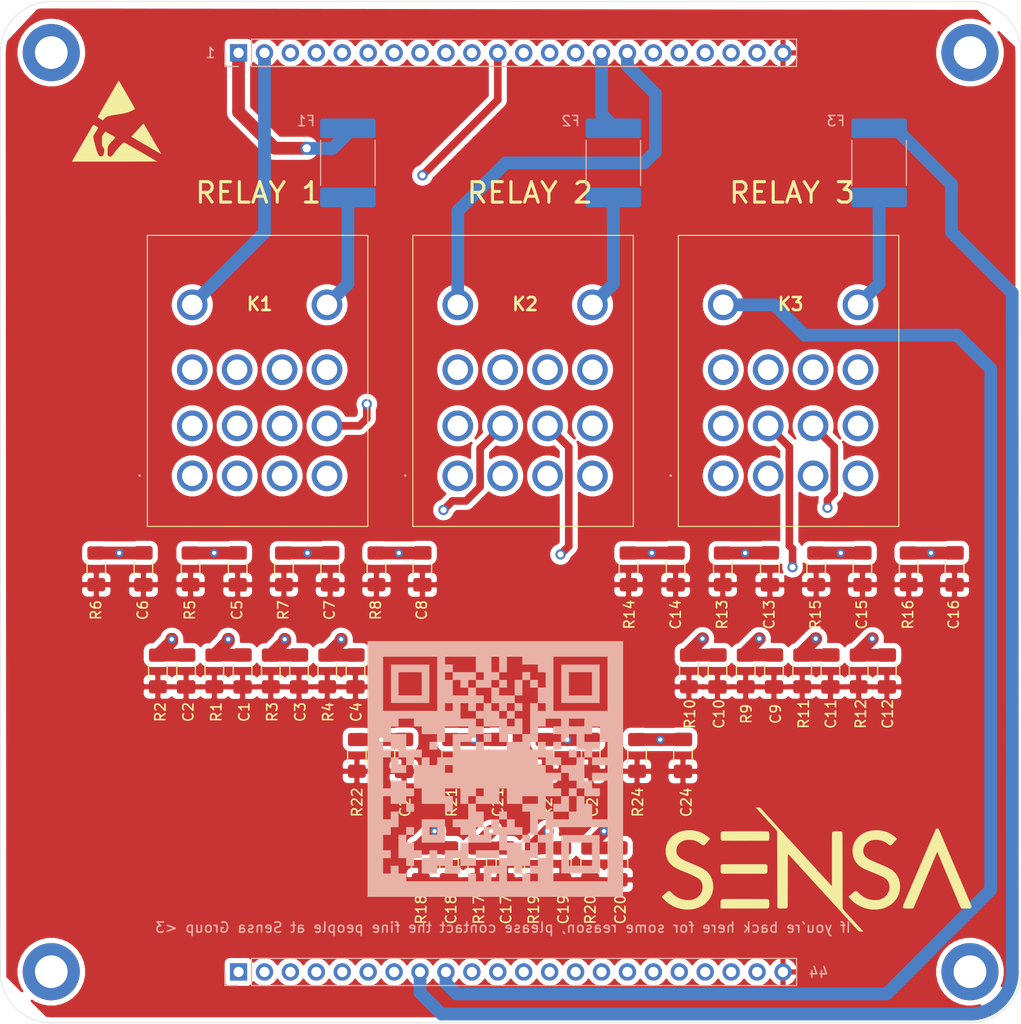
<source format=kicad_pcb>
(kicad_pcb (version 20171130) (host pcbnew "(5.1.9)-1")
  (title_block (title "Relay Board ") (date 2021-11-06) (rev "Version 1 ") (company "SENSA GROUP") (comment 1 "Meant to be connected onto the connector board"))
  (layers (0 F.Cu signal) (1 In1.Cu signal) (2 In2.Cu signal) (31 B.Cu signal) (34 B.Paste user) (35 F.Paste user) (36 B.SilkS user) (37 F.SilkS user hide) (38 B.Mask user) (39 F.Mask user) (44 Edge.Cuts user))
  (net 0 "")
  (net 1 NO1_2)
  (net 2 G)
  (net 3 NO1_1)
  (net 4 NO1_3)
  (net 5 NO1_4)
  (net 6 NC1_2)
  (net 7 NC1_1)
  (net 8 NC1_3)
  (net 9 NC1_4)
  (net 10 NO3_2)
  (net 11 NO3_1)
  (net 12 NO3_3)
  (net 13 NO3_4)
  (net 14 NC3_2)
  (net 15 NC3_3)
  (net 16 NC3_4)
  (net 17 NO2_2)
  (net 18 NO2_1)
  (net 19 NO2_3)
  (net 20 NO2_4)
  (net 21 NC2_2)
  (net 22 NC2_1)
  (net 23 NC2_3)
  (net 24 NC2_4)
  (net 25 R1+)
  (net 26 "Net-(F1-Pad1)")
  (net 27 "Net-(F2-Pad1)")
  (net 28 R3+)
  (net 29 "Net-(F3-Pad1)")
  (net 30 R2+)
  (net 31 R1-)
  (net 32 COM1_1)
  (net 33 COM1_2)
  (net 34 COM1_3)
  (net 35 COM1_4)
  (net 36 R2-)
  (net 37 COM2_1)
  (net 38 COM2_2)
  (net 39 COM3_4)
  (net 40 COM3_3)
  (net 41 COM3_2)
  (net 42 NC3_1)
  (net 43 COM3_1)
  (net 44 R3-)
  (net 45 COM2_4)
  (net 46 COM2_3)
  (module Symbol:ESD-Logo_8.9x8mm_SilkScreen (layer F.Cu) (at 71.72 106.88)
    (fp_text reference REF** hide)
    (fp_text value ESD-Logo_8.9x8mm_SilkScreen hide)
  )
  (module additions:QRcode_Smaller (layer B.Cu) (at 108.83 170.33 180)
    (fp_text reference G*** hide)
    (fp_text value LOGO hide)
  )
  (module additions:logo2 (layer F.Cu) (at 140.3 180.19)
    (fp_text reference G*** hide)
    (fp_text value LOGO hide)
  )
  (module Capacitor_SMD:C_1206_3216Metric_Pad1.33x1.80mm_HandSolder (layer F.Cu) (at 84.057142 160.74 90)
    (fp_text reference C1 (at -4.02 0.167142 90) (layer F.SilkS))
    (fp_text value 0.1uF)
    (pad 2 smd roundrect (at 1.5625 0 90) (size 1.325 1.8) (layers F.Cu F.Paste F.Mask) (roundrect_rratio 0.1886784905660377) (net 1 NO1_2))
    (pad 1 smd roundrect (at -1.5625 0 90) (size 1.325 1.8) (layers F.Cu F.Paste F.Mask) (roundrect_rratio 0.1886784905660377) (net 2 G))
  )
  (module Capacitor_SMD:C_1206_3216Metric_Pad1.33x1.80mm_HandSolder (layer F.Cu) (at 78.525714 160.74 90)
    (fp_text reference C2 (at -4.02 0.215714 90) (layer F.SilkS))
    (fp_text value 0.1uF)
    (pad 1 smd roundrect (at -1.5625 0 90) (size 1.325 1.8) (layers F.Cu F.Paste F.Mask) (roundrect_rratio 0.1886784905660377) (net 2 G))
    (pad 2 smd roundrect (at 1.5625 0 90) (size 1.325 1.8) (layers F.Cu F.Paste F.Mask) (roundrect_rratio 0.1886784905660377) (net 3 NO1_1))
  )
  (module Capacitor_SMD:C_1206_3216Metric_Pad1.33x1.80mm_HandSolder (layer F.Cu) (at 89.58857 160.74 90)
    (fp_text reference C3 (at -4.02 0.11857 90) (layer F.SilkS))
    (fp_text value 0.1uF)
    (pad 2 smd roundrect (at 1.5625 0 90) (size 1.325 1.8) (layers F.Cu F.Paste F.Mask) (roundrect_rratio 0.1886784905660377) (net 4 NO1_3))
    (pad 1 smd roundrect (at -1.5625 0 90) (size 1.325 1.8) (layers F.Cu F.Paste F.Mask) (roundrect_rratio 0.1886784905660377) (net 2 G))
  )
  (module Capacitor_SMD:C_1206_3216Metric_Pad1.33x1.80mm_HandSolder (layer F.Cu) (at 95.12 160.74 90)
    (fp_text reference C4 (at -4.02 0.07 90) (layer F.SilkS))
    (fp_text value 0.1uF)
    (pad 2 smd roundrect (at 1.5625 0 90) (size 1.325 1.8) (layers F.Cu F.Paste F.Mask) (roundrect_rratio 0.1886784905660377) (net 5 NO1_4))
    (pad 1 smd roundrect (at -1.5625 0 90) (size 1.325 1.8) (layers F.Cu F.Paste F.Mask) (roundrect_rratio 0.1886784905660377) (net 2 G))
  )
  (module Capacitor_SMD:C_1206_3216Metric_Pad1.33x1.80mm_HandSolder (layer F.Cu) (at 83.58 150.74 90)
    (fp_text reference C5 (at -4.04 -0.0675 90) (layer F.SilkS))
    (fp_text value 0.1uF)
    (pad 2 smd roundrect (at 1.5625 0 90) (size 1.325 1.8) (layers F.Cu F.Paste F.Mask) (roundrect_rratio 0.1886784905660377) (net 6 NC1_2))
    (pad 1 smd roundrect (at -1.5625 0 90) (size 1.325 1.8) (layers F.Cu F.Paste F.Mask) (roundrect_rratio 0.1886784905660377) (net 2 G))
  )
  (module Capacitor_SMD:C_1206_3216Metric_Pad1.33x1.80mm_HandSolder (layer F.Cu) (at 74.346666 150.74 90)
    (fp_text reference C6 (at -4.04 -0.0675 90) (layer F.SilkS))
    (fp_text value 0.1uF)
    (pad 1 smd roundrect (at -1.5625 0 90) (size 1.325 1.8) (layers F.Cu F.Paste F.Mask) (roundrect_rratio 0.1886784905660377) (net 2 G))
    (pad 2 smd roundrect (at 1.5625 0 90) (size 1.325 1.8) (layers F.Cu F.Paste F.Mask) (roundrect_rratio 0.1886784905660377) (net 7 NC1_1))
  )
  (module Capacitor_SMD:C_1206_3216Metric_Pad1.33x1.80mm_HandSolder (layer F.Cu) (at 92.642856 150.74 90)
    (fp_text reference C7 (at -4.04 -0.0675 90) (layer F.SilkS))
    (fp_text value 0.1uF)
    (pad 2 smd roundrect (at 1.5625 0 90) (size 1.325 1.8) (layers F.Cu F.Paste F.Mask) (roundrect_rratio 0.1886784905660377) (net 8 NC1_3))
    (pad 1 smd roundrect (at -1.5625 0 90) (size 1.325 1.8) (layers F.Cu F.Paste F.Mask) (roundrect_rratio 0.1886784905660377) (net 2 G))
  )
  (module Capacitor_SMD:C_1206_3216Metric_Pad1.33x1.80mm_HandSolder (layer F.Cu) (at 101.672856 150.74 90)
    (fp_text reference C8 (at -4.04 -0.0675 90) (layer F.SilkS))
    (fp_text value 0.1uF)
    (pad 1 smd roundrect (at -1.5625 0 90) (size 1.325 1.8) (layers F.Cu F.Paste F.Mask) (roundrect_rratio 0.1886784905660377) (net 2 G))
    (pad 2 smd roundrect (at 1.5625 0 90) (size 1.325 1.8) (layers F.Cu F.Paste F.Mask) (roundrect_rratio 0.1886784905660377) (net 9 NC1_4))
  )
  (module Capacitor_SMD:C_1206_3216Metric_Pad1.33x1.80mm_HandSolder (layer F.Cu) (at 136.117142 160.74 90)
    (fp_text reference C9 (at -4.21 0.16 90) (layer F.SilkS))
    (fp_text value 0.1uF)
    (pad 1 smd roundrect (at -1.5625 0 90) (size 1.325 1.8) (layers F.Cu F.Paste F.Mask) (roundrect_rratio 0.1886784905660377) (net 2 G))
    (pad 2 smd roundrect (at 1.5625 0 90) (size 1.325 1.8) (layers F.Cu F.Paste F.Mask) (roundrect_rratio 0.1886784905660377) (net 10 NO3_2))
  )
  (module Capacitor_SMD:C_1206_3216Metric_Pad1.33x1.80mm_HandSolder (layer F.Cu) (at 130.585714 160.74 90)
    (fp_text reference C10 (at -4.209999 0.15 90) (layer F.SilkS))
    (fp_text value 0.1uF)
    (pad 1 smd roundrect (at -1.5625 0 90) (size 1.325 1.8) (layers F.Cu F.Paste F.Mask) (roundrect_rratio 0.1886784905660377) (net 2 G))
    (pad 2 smd roundrect (at 1.5625 0 90) (size 1.325 1.8) (layers F.Cu F.Paste F.Mask) (roundrect_rratio 0.1886784905660377) (net 11 NO3_1))
  )
  (module Capacitor_SMD:C_1206_3216Metric_Pad1.33x1.80mm_HandSolder (layer F.Cu) (at 141.64857 160.74 90)
    (fp_text reference C11 (at -4.209999 0.04 90) (layer F.SilkS))
    (fp_text value 0.1uF)
    (pad 2 smd roundrect (at 1.5625 0 90) (size 1.325 1.8) (layers F.Cu F.Paste F.Mask) (roundrect_rratio 0.1886784905660377) (net 12 NO3_3))
    (pad 1 smd roundrect (at -1.5625 0 90) (size 1.325 1.8) (layers F.Cu F.Paste F.Mask) (roundrect_rratio 0.1886784905660377) (net 2 G))
  )
  (module Capacitor_SMD:C_1206_3216Metric_Pad1.33x1.80mm_HandSolder (layer F.Cu) (at 147.18 160.74 90)
    (fp_text reference C12 (at -4.209999 0.08 90) (layer F.SilkS))
    (fp_text value 0.1uF)
    (pad 2 smd roundrect (at 1.5625 0 90) (size 1.325 1.8) (layers F.Cu F.Paste F.Mask) (roundrect_rratio 0.1886784905660377) (net 13 NO3_4))
    (pad 1 smd roundrect (at -1.5625 0 90) (size 1.325 1.8) (layers F.Cu F.Paste F.Mask) (roundrect_rratio 0.1886784905660377) (net 2 G))
  )
  (module Capacitor_SMD:C_1206_3216Metric_Pad1.33x1.80mm_HandSolder (layer F.Cu) (at 135.72 150.74 90)
    (fp_text reference C13 (at -4.48 -0.0675 90) (layer F.SilkS))
    (fp_text value 0.1uF)
    (pad 1 smd roundrect (at -1.5625 0 90) (size 1.325 1.8) (layers F.Cu F.Paste F.Mask) (roundrect_rratio 0.1886784905660377) (net 2 G))
    (pad 2 smd roundrect (at 1.5625 0 90) (size 1.325 1.8) (layers F.Cu F.Paste F.Mask) (roundrect_rratio 0.1886784905660377) (net 14 NC3_2))
  )
  (module Capacitor_SMD:C_1206_3216Metric_Pad1.33x1.80mm_HandSolder (layer F.Cu) (at 126.486666 150.74 90)
    (fp_text reference C14 (at -4.48 0 90) (layer F.SilkS))
    (fp_text value 0.1uF)
    (pad 1 smd roundrect (at -1.5625 0 90) (size 1.325 1.8) (layers F.Cu F.Paste F.Mask) (roundrect_rratio 0.1886784905660377) (net 2 G))
    (pad 2 smd roundrect (at 1.5625 0 90) (size 1.325 1.8) (layers F.Cu F.Paste F.Mask) (roundrect_rratio 0.1886784905660377) (net 42 NC3_1))
  )
  (module Capacitor_SMD:C_1206_3216Metric_Pad1.33x1.80mm_HandSolder (layer F.Cu) (at 144.782856 150.74 90)
    (fp_text reference C15 (at -4.48 -0.0675 90) (layer F.SilkS))
    (fp_text value 0.1uF)
    (pad 2 smd roundrect (at 1.5625 0 90) (size 1.325 1.8) (layers F.Cu F.Paste F.Mask) (roundrect_rratio 0.1886784905660377) (net 15 NC3_3))
    (pad 1 smd roundrect (at -1.5625 0 90) (size 1.325 1.8) (layers F.Cu F.Paste F.Mask) (roundrect_rratio 0.1886784905660377) (net 2 G))
  )
  (module Capacitor_SMD:C_1206_3216Metric_Pad1.33x1.80mm_HandSolder (layer F.Cu) (at 153.812856 150.74 90)
    (fp_text reference C16 (at -4.48 -0.1 90) (layer F.SilkS))
    (fp_text value 0.1uF)
    (pad 1 smd roundrect (at -1.5625 0 90) (size 1.325 1.8) (layers F.Cu F.Paste F.Mask) (roundrect_rratio 0.1886784905660377) (net 2 G))
    (pad 2 smd roundrect (at 1.5625 0 90) (size 1.325 1.8) (layers F.Cu F.Paste F.Mask) (roundrect_rratio 0.1886784905660377) (net 16 NC3_4))
  )
  (module Capacitor_SMD:C_1206_3216Metric_Pad1.33x1.80mm_HandSolder (layer F.Cu) (at 109.817142 179.63 90)
    (fp_text reference C17 (at -4.47 0.05 90) (layer F.SilkS))
    (fp_text value 0.1uF)
    (pad 2 smd roundrect (at 1.5625 0 90) (size 1.325 1.8) (layers F.Cu F.Paste F.Mask) (roundrect_rratio 0.1886784905660377) (net 17 NO2_2))
    (pad 1 smd roundrect (at -1.5625 0 90) (size 1.325 1.8) (layers F.Cu F.Paste F.Mask) (roundrect_rratio 0.1886784905660377) (net 2 G))
  )
  (module Capacitor_SMD:C_1206_3216Metric_Pad1.33x1.80mm_HandSolder (layer F.Cu) (at 104.285714 179.63 90)
    (fp_text reference C18 (at -4.47 0.2 90) (layer F.SilkS))
    (fp_text value 0.1uF)
    (pad 2 smd roundrect (at 1.5625 0 90) (size 1.325 1.8) (layers F.Cu F.Paste F.Mask) (roundrect_rratio 0.1886784905660377) (net 18 NO2_1))
    (pad 1 smd roundrect (at -1.5625 0 90) (size 1.325 1.8) (layers F.Cu F.Paste F.Mask) (roundrect_rratio 0.1886784905660377) (net 2 G))
  )
  (module Capacitor_SMD:C_1206_3216Metric_Pad1.33x1.80mm_HandSolder (layer F.Cu) (at 115.34857 179.63 90)
    (fp_text reference C19 (at -4.47 0.13 90) (layer F.SilkS))
    (fp_text value 0.1uF)
    (pad 1 smd roundrect (at -1.5625 0 90) (size 1.325 1.8) (layers F.Cu F.Paste F.Mask) (roundrect_rratio 0.1886784905660377) (net 2 G))
    (pad 2 smd roundrect (at 1.5625 0 90) (size 1.325 1.8) (layers F.Cu F.Paste F.Mask) (roundrect_rratio 0.1886784905660377) (net 19 NO2_3))
  )
  (module Capacitor_SMD:C_1206_3216Metric_Pad1.33x1.80mm_HandSolder (layer F.Cu) (at 120.88 179.63 90)
    (fp_text reference C20 (at -4.47 0.19 90) (layer F.SilkS))
    (fp_text value 0.1uF)
    (pad 1 smd roundrect (at -1.5625 0 90) (size 1.325 1.8) (layers F.Cu F.Paste F.Mask) (roundrect_rratio 0.1886784905660377) (net 2 G))
    (pad 2 smd roundrect (at 1.5625 0 90) (size 1.325 1.8) (layers F.Cu F.Paste F.Mask) (roundrect_rratio 0.1886784905660377) (net 20 NO2_4))
  )
  (module Capacitor_SMD:C_1206_3216Metric_Pad1.33x1.80mm_HandSolder (layer F.Cu) (at 109.11 169.01 90)
    (fp_text reference C21 (at -4.59 -0.03 90) (layer F.SilkS))
    (fp_text value 0.1uF)
    (pad 2 smd roundrect (at 1.5625 0 90) (size 1.325 1.8) (layers F.Cu F.Paste F.Mask) (roundrect_rratio 0.1886784905660377) (net 21 NC2_2))
    (pad 1 smd roundrect (at -1.5625 0 90) (size 1.325 1.8) (layers F.Cu F.Paste F.Mask) (roundrect_rratio 0.1886784905660377) (net 2 G))
  )
  (module Capacitor_SMD:C_1206_3216Metric_Pad1.33x1.80mm_HandSolder (layer F.Cu) (at 99.876666 169.01 90)
    (fp_text reference C22 (at -4.59 0.11 90) (layer F.SilkS))
    (fp_text value 0.1uF)
    (pad 2 smd roundrect (at 1.5625 0 90) (size 1.325 1.8) (layers F.Cu F.Paste F.Mask) (roundrect_rratio 0.1886784905660377) (net 22 NC2_1))
    (pad 1 smd roundrect (at -1.5625 0 90) (size 1.325 1.8) (layers F.Cu F.Paste F.Mask) (roundrect_rratio 0.1886784905660377) (net 2 G))
  )
  (module Capacitor_SMD:C_1206_3216Metric_Pad1.33x1.80mm_HandSolder (layer F.Cu) (at 118.172856 169.01 90)
    (fp_text reference C23 (at -4.59 0.18 90) (layer F.SilkS))
    (fp_text value 0.1uF)
    (pad 1 smd roundrect (at -1.5625 0 90) (size 1.325 1.8) (layers F.Cu F.Paste F.Mask) (roundrect_rratio 0.1886784905660377) (net 2 G))
    (pad 2 smd roundrect (at 1.5625 0 90) (size 1.325 1.8) (layers F.Cu F.Paste F.Mask) (roundrect_rratio 0.1886784905660377) (net 23 NC2_3))
  )
  (module Capacitor_SMD:C_1206_3216Metric_Pad1.33x1.80mm_HandSolder (layer F.Cu) (at 127.202856 169.01 90)
    (fp_text reference C24 (at -4.59 0.33 90) (layer F.SilkS))
    (fp_text value 0.1uF)
    (pad 1 smd roundrect (at -1.5625 0 90) (size 1.325 1.8) (layers F.Cu F.Paste F.Mask) (roundrect_rratio 0.1886784905660377) (net 2 G))
    (pad 2 smd roundrect (at 1.5625 0 90) (size 1.325 1.8) (layers F.Cu F.Paste F.Mask) (roundrect_rratio 0.1886784905660377) (net 24 NC2_4))
  )
  (module Fuse:Fuse_2920_7451Metric (layer B.Cu) (at 94.375001 110.99 90)
    (fp_text reference F1 (at 4.1 -4.114999 180) (layer B.SilkS) (effects (justify mirror)))
    (fp_text value Fuse)
    (pad 2 smd roundrect (at 3.3875 0 90) (size 1.925 5.45) (layers B.Cu B.Paste B.Mask) (roundrect_rratio 0.1298696103896104) (net 25 R1+))
    (pad 1 smd roundrect (at -3.3875 0 90) (size 1.925 5.45) (layers B.Cu B.Paste B.Mask) (roundrect_rratio 0.1298696103896104) (net 26 "Net-(F1-Pad1)"))
  )
  (module Fuse:Fuse_2920_7451Metric (layer B.Cu) (at 146.42 110.99 90)
    (fp_text reference F3 (at 4.1 -4.235 180) (layer B.SilkS) (effects (justify mirror)))
    (fp_text value Fuse)
    (pad 1 smd roundrect (at -3.3875 0 90) (size 1.925 5.45) (layers B.Cu B.Paste B.Mask) (roundrect_rratio 0.1298696103896104) (net 29 "Net-(F3-Pad1)"))
    (pad 2 smd roundrect (at 3.3875 0 90) (size 1.925 5.45) (layers B.Cu B.Paste B.Mask) (roundrect_rratio 0.1298696103896104) (net 28 R3+))
  )
  (module Fuse:Fuse_2920_7451Metric (layer B.Cu) (at 120.385 110.99 90)
    (fp_text reference F2 (at 4.1 -4.185 180) (layer B.SilkS) (effects (justify mirror)))
    (fp_text value Fuse)
    (pad 1 smd roundrect (at -3.3875 0 90) (size 1.925 5.45) (layers B.Cu B.Paste B.Mask) (roundrect_rratio 0.1298696103896104) (net 27 "Net-(F2-Pad1)"))
    (pad 2 smd roundrect (at 3.3875 0 90) (size 1.925 5.45) (layers B.Cu B.Paste B.Mask) (roundrect_rratio 0.1298696103896104) (net 30 R2+))
  )
  (module MountingHole:MountingHole_3.2mm_M3_DIN965_Pad (layer F.Cu) (at 155.32 100.19 270)
    (fp_text reference H1 hide)
    (fp_text value MountingHole)
    (pad 1 thru_hole circle (at 0 0 270) (size 5.6 5.6) (drill 3.2) (layers *.Cu *.Mask))
  )
  (module MountingHole:MountingHole_3.2mm_M3_DIN965_Pad (layer F.Cu) (at 65.32 190.19 270)
    (fp_text reference H2 hide)
    (fp_text value MountingHole)
    (pad 1 thru_hole circle (at 0 0 270) (size 5.6 5.6) (drill 3.2) (layers *.Cu *.Mask))
  )
  (module MountingHole:MountingHole_3.2mm_M3_DIN965_Pad (layer F.Cu) (at 65.32 100.19 270)
    (fp_text reference H3 hide)
    (fp_text value MountingHole)
    (pad 1 thru_hole circle (at 0 0 270) (size 5.6 5.6) (drill 3.2) (layers *.Cu *.Mask))
  )
  (module MountingHole:MountingHole_3.2mm_M3_DIN965_Pad (layer F.Cu) (at 155.32 190.19 270)
    (fp_text reference H4 hide)
    (fp_text value MountingHole)
    (pad 1 thru_hole circle (at 0 0 270) (size 5.6 5.6) (drill 3.2) (layers *.Cu *.Mask))
  )
  (module Connector_PinSocket_2.54mm:PinSocket_1x22_P2.54mm_Vertical (layer B.Cu) (at 83.665 100.215 270)
    (fp_text reference 1 (at 0 2.77 180) (layer B.SilkS) (effects (justify mirror)))
    (fp_text value "CONN. SET 1")
    (pad 1 thru_hole rect (at 0 0 270) (size 1.7 1.7) (drill 1) (layers *.Cu *.Mask) (net 25 R1+))
    (pad 2 thru_hole oval (at 0 -2.54 270) (size 1.7 1.7) (drill 1) (layers *.Cu *.Mask) (net 31 R1-))
    (pad 3 thru_hole oval (at 0 -5.08 270) (size 1.7 1.7) (drill 1) (layers *.Cu *.Mask) (net 32 COM1_1))
    (pad 4 thru_hole oval (at 0 -7.62 270) (size 1.7 1.7) (drill 1) (layers *.Cu *.Mask) (net 7 NC1_1))
    (pad 5 thru_hole oval (at 0 -10.16 270) (size 1.7 1.7) (drill 1) (layers *.Cu *.Mask) (net 3 NO1_1))
    (pad 6 thru_hole oval (at 0 -12.7 270) (size 1.7 1.7) (drill 1) (layers *.Cu *.Mask) (net 33 COM1_2))
    (pad 7 thru_hole oval (at 0 -15.24 270) (size 1.7 1.7) (drill 1) (layers *.Cu *.Mask) (net 6 NC1_2))
    (pad 8 thru_hole oval (at 0 -17.78 270) (size 1.7 1.7) (drill 1) (layers *.Cu *.Mask) (net 1 NO1_2))
    (pad 9 thru_hole oval (at 0 -20.32 270) (size 1.7 1.7) (drill 1) (layers *.Cu *.Mask) (net 34 COM1_3))
    (pad 10 thru_hole oval (at 0 -22.86 270) (size 1.7 1.7) (drill 1) (layers *.Cu *.Mask) (net 8 NC1_3))
    (pad 11 thru_hole oval (at 0 -25.4 270) (size 1.7 1.7) (drill 1) (layers *.Cu *.Mask) (net 4 NO1_3))
    (pad 12 thru_hole oval (at 0 -27.94 270) (size 1.7 1.7) (drill 1) (layers *.Cu *.Mask) (net 35 COM1_4))
    (pad 13 thru_hole oval (at 0 -30.48 270) (size 1.7 1.7) (drill 1) (layers *.Cu *.Mask) (net 9 NC1_4))
    (pad 14 thru_hole oval (at 0 -33.02 270) (size 1.7 1.7) (drill 1) (layers *.Cu *.Mask) (net 5 NO1_4))
    (pad 15 thru_hole oval (at 0 -35.56 270) (size 1.7 1.7) (drill 1) (layers *.Cu *.Mask) (net 30 R2+))
    (pad 16 thru_hole oval (at 0 -38.1 270) (size 1.7 1.7) (drill 1) (layers *.Cu *.Mask) (net 36 R2-))
    (pad 17 thru_hole oval (at 0 -40.64 270) (size 1.7 1.7) (drill 1) (layers *.Cu *.Mask) (net 37 COM2_1))
    (pad 18 thru_hole oval (at 0 -43.18 270) (size 1.7 1.7) (drill 1) (layers *.Cu *.Mask) (net 22 NC2_1))
    (pad 19 thru_hole oval (at 0 -45.72 270) (size 1.7 1.7) (drill 1) (layers *.Cu *.Mask) (net 18 NO2_1))
    (pad 20 thru_hole oval (at 0 -48.26 270) (size 1.7 1.7) (drill 1) (layers *.Cu *.Mask) (net 38 COM2_2))
    (pad 21 thru_hole oval (at 0 -50.8 270) (size 1.7 1.7) (drill 1) (layers *.Cu *.Mask) (net 21 NC2_2))
    (pad 22 thru_hole oval (at 0 -53.34 270) (size 1.7 1.7) (drill 1) (layers *.Cu *.Mask) (net 2 G))
  )
  (module Connector_PinSocket_2.54mm:PinSocket_1x22_P2.54mm_Vertical (layer B.Cu) (at 83.665 190.215 270)
    (fp_text reference 44 (at 0.055 -56.825 180) (layer B.SilkS) (effects (justify mirror)))
    (fp_text value "CONN. SET 2")
    (pad 22 thru_hole oval (at 0 -53.34 270) (size 1.7 1.7) (drill 1) (layers *.Cu *.Mask) (net 2 G))
    (pad 21 thru_hole oval (at 0 -50.8 270) (size 1.7 1.7) (drill 1) (layers *.Cu *.Mask) (net 13 NO3_4))
    (pad 20 thru_hole oval (at 0 -48.26 270) (size 1.7 1.7) (drill 1) (layers *.Cu *.Mask) (net 16 NC3_4))
    (pad 19 thru_hole oval (at 0 -45.72 270) (size 1.7 1.7) (drill 1) (layers *.Cu *.Mask) (net 39 COM3_4))
    (pad 18 thru_hole oval (at 0 -43.18 270) (size 1.7 1.7) (drill 1) (layers *.Cu *.Mask) (net 12 NO3_3))
    (pad 17 thru_hole oval (at 0 -40.64 270) (size 1.7 1.7) (drill 1) (layers *.Cu *.Mask) (net 15 NC3_3))
    (pad 16 thru_hole oval (at 0 -38.1 270) (size 1.7 1.7) (drill 1) (layers *.Cu *.Mask) (net 40 COM3_3))
    (pad 15 thru_hole oval (at 0 -35.56 270) (size 1.7 1.7) (drill 1) (layers *.Cu *.Mask) (net 10 NO3_2))
    (pad 14 thru_hole oval (at 0 -33.02 270) (size 1.7 1.7) (drill 1) (layers *.Cu *.Mask) (net 14 NC3_2))
    (pad 13 thru_hole oval (at 0 -30.48 270) (size 1.7 1.7) (drill 1) (layers *.Cu *.Mask) (net 41 COM3_2))
    (pad 12 thru_hole oval (at 0 -27.94 270) (size 1.7 1.7) (drill 1) (layers *.Cu *.Mask) (net 11 NO3_1))
    (pad 11 thru_hole oval (at 0 -25.4 270) (size 1.7 1.7) (drill 1) (layers *.Cu *.Mask) (net 42 NC3_1))
    (pad 10 thru_hole oval (at 0 -22.86 270) (size 1.7 1.7) (drill 1) (layers *.Cu *.Mask) (net 43 COM3_1))
    (pad 9 thru_hole oval (at 0 -20.32 270) (size 1.7 1.7) (drill 1) (layers *.Cu *.Mask) (net 44 R3-))
    (pad 8 thru_hole oval (at 0 -17.78 270) (size 1.7 1.7) (drill 1) (layers *.Cu *.Mask) (net 28 R3+))
    (pad 7 thru_hole oval (at 0 -15.24 270) (size 1.7 1.7) (drill 1) (layers *.Cu *.Mask) (net 20 NO2_4))
    (pad 6 thru_hole oval (at 0 -12.7 270) (size 1.7 1.7) (drill 1) (layers *.Cu *.Mask) (net 24 NC2_4))
    (pad 5 thru_hole oval (at 0 -10.16 270) (size 1.7 1.7) (drill 1) (layers *.Cu *.Mask) (net 45 COM2_4))
    (pad 4 thru_hole oval (at 0 -7.62 270) (size 1.7 1.7) (drill 1) (layers *.Cu *.Mask) (net 19 NO2_3))
    (pad 3 thru_hole oval (at 0 -5.08 270) (size 1.7 1.7) (drill 1) (layers *.Cu *.Mask) (net 23 NC2_3))
    (pad 2 thru_hole oval (at 0 -2.54 270) (size 1.7 1.7) (drill 1) (layers *.Cu *.Mask) (net 46 COM2_3))
    (pad 1 thru_hole rect (at 0 0 270) (size 1.7 1.7) (drill 1) (layers *.Cu *.Mask) (net 17 NO2_2))
  )
  (module additions:PY1402 (layer F.Cu) (at 85.130001 132.340001)
    (fp_text reference K1 (at 0.6 -7.52) (layer F.SilkS) (effects (font (size 1.27 1.27) (thickness 0.254))))
    (fp_text value PY14-02 hide)
    (pad 1 thru_hole circle (at -6 9.3) (size 3 3) (drill 2) (layers *.Cu *.Mask) (net 7 NC1_1))
    (pad 2 thru_hole circle (at -1.6 9.3) (size 3 3) (drill 2) (layers *.Cu *.Mask) (net 6 NC1_2))
    (pad 3 thru_hole circle (at 2.8 9.3) (size 3 3) (drill 2) (layers *.Cu *.Mask) (net 8 NC1_3))
    (pad 4 thru_hole circle (at 7.2 9.3) (size 3 3) (drill 2) (layers *.Cu *.Mask) (net 9 NC1_4))
    (pad 5 thru_hole circle (at -6 4.4) (size 3 3) (drill 2) (layers *.Cu *.Mask) (net 3 NO1_1))
    (pad 6 thru_hole circle (at -1.6 4.4) (size 3 3) (drill 2) (layers *.Cu *.Mask) (net 1 NO1_2))
    (pad 7 thru_hole circle (at 2.8 4.4) (size 3 3) (drill 2) (layers *.Cu *.Mask) (net 4 NO1_3))
    (pad 8 thru_hole circle (at 7.2 4.4) (size 3 3) (drill 2) (layers *.Cu *.Mask) (net 5 NO1_4))
    (pad 9 thru_hole circle (at -6 -1.1) (size 3 3) (drill 2) (layers *.Cu *.Mask) (net 32 COM1_1))
    (pad 10 thru_hole circle (at -1.6 -1.1) (size 3 3) (drill 2) (layers *.Cu *.Mask) (net 33 COM1_2))
    (pad 11 thru_hole circle (at 2.8 -1.1) (size 3 3) (drill 2) (layers *.Cu *.Mask) (net 34 COM1_3))
    (pad 12 thru_hole circle (at 7.2 -1.1) (size 3 3) (drill 2) (layers *.Cu *.Mask) (net 35 COM1_4))
    (pad 13 thru_hole circle (at -6 -7.45) (size 3 3) (drill 2) (layers *.Cu *.Mask) (net 31 R1-))
    (pad 14 thru_hole circle (at 7.2 -7.45) (size 3 3) (drill 2) (layers *.Cu *.Mask) (net 26 "Net-(F1-Pad1)"))
  )
  (module additions:PY1402 (layer F.Cu) (at 137.15 132.340001)
    (fp_text reference K3 (at 0.6 -7.52) (layer F.SilkS) (effects (font (size 1.27 1.27) (thickness 0.254))))
    (fp_text value PY14-02 hide)
    (pad 14 thru_hole circle (at 7.2 -7.45) (size 3 3) (drill 2) (layers *.Cu *.Mask) (net 29 "Net-(F3-Pad1)"))
    (pad 13 thru_hole circle (at -6 -7.45) (size 3 3) (drill 2) (layers *.Cu *.Mask) (net 44 R3-))
    (pad 12 thru_hole circle (at 7.2 -1.1) (size 3 3) (drill 2) (layers *.Cu *.Mask) (net 39 COM3_4))
    (pad 11 thru_hole circle (at 2.8 -1.1) (size 3 3) (drill 2) (layers *.Cu *.Mask) (net 40 COM3_3))
    (pad 10 thru_hole circle (at -1.6 -1.1) (size 3 3) (drill 2) (layers *.Cu *.Mask) (net 41 COM3_2))
    (pad 9 thru_hole circle (at -6 -1.1) (size 3 3) (drill 2) (layers *.Cu *.Mask) (net 43 COM3_1))
    (pad 8 thru_hole circle (at 7.2 4.4) (size 3 3) (drill 2) (layers *.Cu *.Mask) (net 13 NO3_4))
    (pad 7 thru_hole circle (at 2.8 4.4) (size 3 3) (drill 2) (layers *.Cu *.Mask) (net 12 NO3_3))
    (pad 6 thru_hole circle (at -1.6 4.4) (size 3 3) (drill 2) (layers *.Cu *.Mask) (net 10 NO3_2))
    (pad 5 thru_hole circle (at -6 4.4) (size 3 3) (drill 2) (layers *.Cu *.Mask) (net 11 NO3_1))
    (pad 4 thru_hole circle (at 7.2 9.3) (size 3 3) (drill 2) (layers *.Cu *.Mask) (net 16 NC3_4))
    (pad 3 thru_hole circle (at 2.8 9.3) (size 3 3) (drill 2) (layers *.Cu *.Mask) (net 15 NC3_3))
    (pad 2 thru_hole circle (at -1.6 9.3) (size 3 3) (drill 2) (layers *.Cu *.Mask) (net 14 NC3_2))
    (pad 1 thru_hole circle (at -6 9.3) (size 3 3) (drill 2) (layers *.Cu *.Mask) (net 42 NC3_1))
  )
  (module additions:PY1402 (layer F.Cu) (at 111.14 132.340001)
    (fp_text reference K2 (at 0.6 -7.52) (layer F.SilkS) (effects (font (size 1.27 1.27) (thickness 0.254))))
    (fp_text value PY14-02 hide)
    (pad 1 thru_hole circle (at -6 9.3) (size 3 3) (drill 2) (layers *.Cu *.Mask) (net 22 NC2_1))
    (pad 2 thru_hole circle (at -1.6 9.3) (size 3 3) (drill 2) (layers *.Cu *.Mask) (net 21 NC2_2))
    (pad 3 thru_hole circle (at 2.8 9.3) (size 3 3) (drill 2) (layers *.Cu *.Mask) (net 23 NC2_3))
    (pad 4 thru_hole circle (at 7.2 9.3) (size 3 3) (drill 2) (layers *.Cu *.Mask) (net 24 NC2_4))
    (pad 5 thru_hole circle (at -6 4.4) (size 3 3) (drill 2) (layers *.Cu *.Mask) (net 18 NO2_1))
    (pad 6 thru_hole circle (at -1.6 4.4) (size 3 3) (drill 2) (layers *.Cu *.Mask) (net 17 NO2_2))
    (pad 7 thru_hole circle (at 2.8 4.4) (size 3 3) (drill 2) (layers *.Cu *.Mask) (net 19 NO2_3))
    (pad 8 thru_hole circle (at 7.2 4.4) (size 3 3) (drill 2) (layers *.Cu *.Mask) (net 20 NO2_4))
    (pad 9 thru_hole circle (at -6 -1.1) (size 3 3) (drill 2) (layers *.Cu *.Mask) (net 37 COM2_1))
    (pad 10 thru_hole circle (at -1.6 -1.1) (size 3 3) (drill 2) (layers *.Cu *.Mask) (net 38 COM2_2))
    (pad 11 thru_hole circle (at 2.8 -1.1) (size 3 3) (drill 2) (layers *.Cu *.Mask) (net 46 COM2_3))
    (pad 12 thru_hole circle (at 7.2 -1.1) (size 3 3) (drill 2) (layers *.Cu *.Mask) (net 45 COM2_4))
    (pad 13 thru_hole circle (at -6 -7.45) (size 3 3) (drill 2) (layers *.Cu *.Mask) (net 36 R2-))
    (pad 14 thru_hole circle (at 7.2 -7.45) (size 3 3) (drill 2) (layers *.Cu *.Mask) (net 27 "Net-(F2-Pad1)"))
  )
  (module Resistor_SMD:R_1206_3216Metric_Pad1.30x1.75mm_HandSolder (layer F.Cu) (at 81.291428 160.74 90)
    (fp_text reference R1 (at -4.02 0.191428 90) (layer F.SilkS))
    (fp_text value 1K)
    (pad 2 smd roundrect (at 1.55 0 90) (size 1.3 1.75) (layers F.Cu F.Paste F.Mask) (roundrect_rratio 0.1923076923076923) (net 1 NO1_2))
    (pad 1 smd roundrect (at -1.55 0 90) (size 1.3 1.75) (layers F.Cu F.Paste F.Mask) (roundrect_rratio 0.1923076923076923) (net 2 G))
  )
  (module Resistor_SMD:R_1206_3216Metric_Pad1.30x1.75mm_HandSolder (layer F.Cu) (at 75.76 160.74 90)
    (fp_text reference R2 (at -4.02 0.24 90) (layer F.SilkS))
    (fp_text value 1K)
    (pad 2 smd roundrect (at 1.55 0 90) (size 1.3 1.75) (layers F.Cu F.Paste F.Mask) (roundrect_rratio 0.1923076923076923) (net 3 NO1_1))
    (pad 1 smd roundrect (at -1.55 0 90) (size 1.3 1.75) (layers F.Cu F.Paste F.Mask) (roundrect_rratio 0.1923076923076923) (net 2 G))
  )
  (module Resistor_SMD:R_1206_3216Metric_Pad1.30x1.75mm_HandSolder (layer F.Cu) (at 86.822856 160.74 90)
    (fp_text reference R3 (at -4.02 0.142856 90) (layer F.SilkS))
    (fp_text value 1K)
    (pad 2 smd roundrect (at 1.55 0 90) (size 1.3 1.75) (layers F.Cu F.Paste F.Mask) (roundrect_rratio 0.1923076923076923) (net 4 NO1_3))
    (pad 1 smd roundrect (at -1.55 0 90) (size 1.3 1.75) (layers F.Cu F.Paste F.Mask) (roundrect_rratio 0.1923076923076923) (net 2 G))
  )
  (module Resistor_SMD:R_1206_3216Metric_Pad1.30x1.75mm_HandSolder (layer F.Cu) (at 92.354284 160.74 90)
    (fp_text reference R4 (at -4.02 0.094284 90) (layer F.SilkS))
    (fp_text value 1K)
    (pad 1 smd roundrect (at -1.55 0 90) (size 1.3 1.75) (layers F.Cu F.Paste F.Mask) (roundrect_rratio 0.1923076923076923) (net 2 G))
    (pad 2 smd roundrect (at 1.55 0 90) (size 1.3 1.75) (layers F.Cu F.Paste F.Mask) (roundrect_rratio 0.1923076923076923) (net 5 NO1_4))
  )
  (module Resistor_SMD:R_1206_3216Metric_Pad1.30x1.75mm_HandSolder (layer F.Cu) (at 78.963332 150.74 90)
    (fp_text reference R5 (at -4.04 -0.0675 90) (layer F.SilkS))
    (fp_text value 1K)
    (pad 1 smd roundrect (at -1.55 0 90) (size 1.3 1.75) (layers F.Cu F.Paste F.Mask) (roundrect_rratio 0.1923076923076923) (net 2 G))
    (pad 2 smd roundrect (at 1.55 0 90) (size 1.3 1.75) (layers F.Cu F.Paste F.Mask) (roundrect_rratio 0.1923076923076923) (net 6 NC1_2))
  )
  (module Resistor_SMD:R_1206_3216Metric_Pad1.30x1.75mm_HandSolder (layer F.Cu) (at 69.73 150.74 90)
    (fp_text reference R6 (at -4.04 -0.03 90) (layer F.SilkS))
    (fp_text value 1K)
    (pad 2 smd roundrect (at 1.55 0 90) (size 1.3 1.75) (layers F.Cu F.Paste F.Mask) (roundrect_rratio 0.1923076923076923) (net 7 NC1_1))
    (pad 1 smd roundrect (at -1.55 0 90) (size 1.3 1.75) (layers F.Cu F.Paste F.Mask) (roundrect_rratio 0.1923076923076923) (net 2 G))
  )
  (module Resistor_SMD:R_1206_3216Metric_Pad1.30x1.75mm_HandSolder (layer F.Cu) (at 88.111428 150.74 90)
    (fp_text reference R7 (at -4.04 -0.0675 90) (layer F.SilkS))
    (fp_text value 1K)
    (pad 2 smd roundrect (at 1.55 0 90) (size 1.3 1.75) (layers F.Cu F.Paste F.Mask) (roundrect_rratio 0.1923076923076923) (net 8 NC1_3))
    (pad 1 smd roundrect (at -1.55 0 90) (size 1.3 1.75) (layers F.Cu F.Paste F.Mask) (roundrect_rratio 0.1923076923076923) (net 2 G))
  )
  (module Resistor_SMD:R_1206_3216Metric_Pad1.30x1.75mm_HandSolder (layer F.Cu) (at 97.174284 150.74 90)
    (fp_text reference R8 (at -4.04 -0.0675 90) (layer F.SilkS))
    (fp_text value 1K)
    (pad 1 smd roundrect (at -1.55 0 90) (size 1.3 1.75) (layers F.Cu F.Paste F.Mask) (roundrect_rratio 0.1923076923076923) (net 2 G))
    (pad 2 smd roundrect (at 1.55 0 90) (size 1.3 1.75) (layers F.Cu F.Paste F.Mask) (roundrect_rratio 0.1923076923076923) (net 9 NC1_4))
  )
  (module Resistor_SMD:R_1206_3216Metric_Pad1.30x1.75mm_HandSolder (layer F.Cu) (at 133.351428 160.74 90)
    (fp_text reference R9 (at -4.21 0.06 90) (layer F.SilkS))
    (fp_text value 1K)
    (pad 1 smd roundrect (at -1.55 0 90) (size 1.3 1.75) (layers F.Cu F.Paste F.Mask) (roundrect_rratio 0.1923076923076923) (net 2 G))
    (pad 2 smd roundrect (at 1.55 0 90) (size 1.3 1.75) (layers F.Cu F.Paste F.Mask) (roundrect_rratio 0.1923076923076923) (net 10 NO3_2))
  )
  (module Resistor_SMD:R_1206_3216Metric_Pad1.30x1.75mm_HandSolder (layer F.Cu) (at 127.78 160.74 90)
    (fp_text reference R10 (at -4.209999 0.1 90) (layer F.SilkS))
    (fp_text value 1K)
    (pad 2 smd roundrect (at 1.55 0 90) (size 1.3 1.75) (layers F.Cu F.Paste F.Mask) (roundrect_rratio 0.1923076923076923) (net 11 NO3_1))
    (pad 1 smd roundrect (at -1.55 0 90) (size 1.3 1.75) (layers F.Cu F.Paste F.Mask) (roundrect_rratio 0.1923076923076923) (net 2 G))
  )
  (module Resistor_SMD:R_1206_3216Metric_Pad1.30x1.75mm_HandSolder (layer F.Cu) (at 138.882856 160.74 90)
    (fp_text reference R11 (at -4.209999 0.15 90) (layer F.SilkS))
    (fp_text value 1K)
    (pad 1 smd roundrect (at -1.55 0 90) (size 1.3 1.75) (layers F.Cu F.Paste F.Mask) (roundrect_rratio 0.1923076923076923) (net 2 G))
    (pad 2 smd roundrect (at 1.55 0 90) (size 1.3 1.75) (layers F.Cu F.Paste F.Mask) (roundrect_rratio 0.1923076923076923) (net 12 NO3_3))
  )
  (module Resistor_SMD:R_1206_3216Metric_Pad1.30x1.75mm_HandSolder (layer F.Cu) (at 144.414284 160.74 90)
    (fp_text reference R12 (at -4.209999 0.21 90) (layer F.SilkS))
    (fp_text value 1K)
    (pad 1 smd roundrect (at -1.55 0 90) (size 1.3 1.75) (layers F.Cu F.Paste F.Mask) (roundrect_rratio 0.1923076923076923) (net 2 G))
    (pad 2 smd roundrect (at 1.55 0 90) (size 1.3 1.75) (layers F.Cu F.Paste F.Mask) (roundrect_rratio 0.1923076923076923) (net 13 NO3_4))
  )
  (module Resistor_SMD:R_1206_3216Metric_Pad1.30x1.75mm_HandSolder (layer F.Cu) (at 131.103332 150.74 90)
    (fp_text reference R13 (at -4.48 -0.0675 90) (layer F.SilkS))
    (fp_text value 1K)
    (pad 1 smd roundrect (at -1.55 0 90) (size 1.3 1.75) (layers F.Cu F.Paste F.Mask) (roundrect_rratio 0.1923076923076923) (net 2 G))
    (pad 2 smd roundrect (at 1.55 0 90) (size 1.3 1.75) (layers F.Cu F.Paste F.Mask) (roundrect_rratio 0.1923076923076923) (net 14 NC3_2))
  )
  (module Resistor_SMD:R_1206_3216Metric_Pad1.30x1.75mm_HandSolder (layer F.Cu) (at 121.87 150.74 90)
    (fp_text reference R14 (at -4.48 0.08 90) (layer F.SilkS))
    (fp_text value 1K)
    (pad 2 smd roundrect (at 1.55 0 90) (size 1.3 1.75) (layers F.Cu F.Paste F.Mask) (roundrect_rratio 0.1923076923076923) (net 42 NC3_1))
    (pad 1 smd roundrect (at -1.55 0 90) (size 1.3 1.75) (layers F.Cu F.Paste F.Mask) (roundrect_rratio 0.1923076923076923) (net 2 G))
  )
  (module Resistor_SMD:R_1206_3216Metric_Pad1.30x1.75mm_HandSolder (layer F.Cu) (at 140.251428 150.74 90)
    (fp_text reference R15 (at -4.48 -0.0675 90) (layer F.SilkS))
    (fp_text value 1K)
    (pad 1 smd roundrect (at -1.55 0 90) (size 1.3 1.75) (layers F.Cu F.Paste F.Mask) (roundrect_rratio 0.1923076923076923) (net 2 G))
    (pad 2 smd roundrect (at 1.55 0 90) (size 1.3 1.75) (layers F.Cu F.Paste F.Mask) (roundrect_rratio 0.1923076923076923) (net 15 NC3_3))
  )
  (module Resistor_SMD:R_1206_3216Metric_Pad1.30x1.75mm_HandSolder (layer F.Cu) (at 149.314284 150.74 90)
    (fp_text reference R16 (at -4.48 -0.0675 90) (layer F.SilkS))
    (fp_text value 1K)
    (pad 2 smd roundrect (at 1.55 0 90) (size 1.3 1.75) (layers F.Cu F.Paste F.Mask) (roundrect_rratio 0.1923076923076923) (net 16 NC3_4))
    (pad 1 smd roundrect (at -1.55 0 90) (size 1.3 1.75) (layers F.Cu F.Paste F.Mask) (roundrect_rratio 0.1923076923076923) (net 2 G))
  )
  (module Resistor_SMD:R_1206_3216Metric_Pad1.30x1.75mm_HandSolder (layer F.Cu) (at 107.051428 179.63 90)
    (fp_text reference R17 (at -4.47 0.16 90) (layer F.SilkS))
    (fp_text value 1K)
    (pad 1 smd roundrect (at -1.55 0 90) (size 1.3 1.75) (layers F.Cu F.Paste F.Mask) (roundrect_rratio 0.1923076923076923) (net 2 G))
    (pad 2 smd roundrect (at 1.55 0 90) (size 1.3 1.75) (layers F.Cu F.Paste F.Mask) (roundrect_rratio 0.1923076923076923) (net 17 NO2_2))
  )
  (module Resistor_SMD:R_1206_3216Metric_Pad1.30x1.75mm_HandSolder (layer F.Cu) (at 101.52 179.63 90)
    (fp_text reference R18 (at -4.47 0.03 90) (layer F.SilkS))
    (fp_text value 1K)
    (pad 2 smd roundrect (at 1.55 0 90) (size 1.3 1.75) (layers F.Cu F.Paste F.Mask) (roundrect_rratio 0.1923076923076923) (net 18 NO2_1))
    (pad 1 smd roundrect (at -1.55 0 90) (size 1.3 1.75) (layers F.Cu F.Paste F.Mask) (roundrect_rratio 0.1923076923076923) (net 2 G))
  )
  (module Resistor_SMD:R_1206_3216Metric_Pad1.30x1.75mm_HandSolder (layer F.Cu) (at 112.582856 179.63 90)
    (fp_text reference R19 (at -4.47 0 90) (layer F.SilkS))
    (fp_text value 1K)
    (pad 1 smd roundrect (at -1.55 0 90) (size 1.3 1.75) (layers F.Cu F.Paste F.Mask) (roundrect_rratio 0.1923076923076923) (net 2 G))
    (pad 2 smd roundrect (at 1.55 0 90) (size 1.3 1.75) (layers F.Cu F.Paste F.Mask) (roundrect_rratio 0.1923076923076923) (net 19 NO2_3))
  )
  (module Resistor_SMD:R_1206_3216Metric_Pad1.30x1.75mm_HandSolder (layer F.Cu) (at 118.114284 179.63 90)
    (fp_text reference R20 (at -4.47 0.02 90) (layer F.SilkS))
    (fp_text value 1K)
    (pad 2 smd roundrect (at 1.55 0 90) (size 1.3 1.75) (layers F.Cu F.Paste F.Mask) (roundrect_rratio 0.1923076923076923) (net 20 NO2_4))
    (pad 1 smd roundrect (at -1.55 0 90) (size 1.3 1.75) (layers F.Cu F.Paste F.Mask) (roundrect_rratio 0.1923076923076923) (net 2 G))
  )
  (module Resistor_SMD:R_1206_3216Metric_Pad1.30x1.75mm_HandSolder (layer F.Cu) (at 104.493332 169.01 90)
    (fp_text reference R21 (at -4.59 0.05 90) (layer F.SilkS))
    (fp_text value 1K)
    (pad 1 smd roundrect (at -1.55 0 90) (size 1.3 1.75) (layers F.Cu F.Paste F.Mask) (roundrect_rratio 0.1923076923076923) (net 2 G))
    (pad 2 smd roundrect (at 1.55 0 90) (size 1.3 1.75) (layers F.Cu F.Paste F.Mask) (roundrect_rratio 0.1923076923076923) (net 21 NC2_2))
  )
  (module Resistor_SMD:R_1206_3216Metric_Pad1.30x1.75mm_HandSolder (layer F.Cu) (at 95.26 169.01 90)
    (fp_text reference R22 (at -4.59 0.02 90) (layer F.SilkS))
    (fp_text value 1K)
    (pad 1 smd roundrect (at -1.55 0 90) (size 1.3 1.75) (layers F.Cu F.Paste F.Mask) (roundrect_rratio 0.1923076923076923) (net 2 G))
    (pad 2 smd roundrect (at 1.55 0 90) (size 1.3 1.75) (layers F.Cu F.Paste F.Mask) (roundrect_rratio 0.1923076923076923) (net 22 NC2_1))
  )
  (module Resistor_SMD:R_1206_3216Metric_Pad1.30x1.75mm_HandSolder (layer F.Cu) (at 113.641428 169.01 90)
    (fp_text reference R23 (at -4.59 0.22 90) (layer F.SilkS))
    (fp_text value 1K)
    (pad 2 smd roundrect (at 1.55 0 90) (size 1.3 1.75) (layers F.Cu F.Paste F.Mask) (roundrect_rratio 0.1923076923076923) (net 23 NC2_3))
    (pad 1 smd roundrect (at -1.55 0 90) (size 1.3 1.75) (layers F.Cu F.Paste F.Mask) (roundrect_rratio 0.1923076923076923) (net 2 G))
  )
  (module Resistor_SMD:R_1206_3216Metric_Pad1.30x1.75mm_HandSolder (layer F.Cu) (at 122.704284 169.01 90)
    (fp_text reference R24 (at -4.59 0.08 90) (layer F.SilkS))
    (fp_text value 1K)
    (pad 2 smd roundrect (at 1.55 0 90) (size 1.3 1.75) (layers F.Cu F.Paste F.Mask) (roundrect_rratio 0.1923076923076923) (net 24 NC2_4))
    (pad 1 smd roundrect (at -1.55 0 90) (size 1.3 1.75) (layers F.Cu F.Paste F.Mask) (roundrect_rratio 0.1923076923076923) (net 2 G))
  )
  (gr_text "If you're back here for some reason, please contact the fine people at Sensa Group <3\n" (at 109.57 185.86) (layer B.SilkS) (effects (font (size 1 1)) (justify mirror)))
  (gr_text "RELAY 3\n" (at 137.9 113.92) (layer F.SilkS) (effects (font (size 2 2) (thickness 0.3))))
  (gr_text "RELAY 2\n" (at 112.21 113.92) (layer F.SilkS) (effects (font (size 2 2) (thickness 0.3))))
  (gr_text "RELAY 1 " (at 86.36 113.92) (layer F.SilkS) (effects (font (size 2 2) (thickness 0.3))))
  (gr_line (start 65.32 95.19) (end 155.31 95.19) (layer Edge.Cuts) (width 0.05))
  (gr_line (start 60.32 190.19) (end 60.32 100.19) (layer Edge.Cuts) (width 0.05))
  (gr_line (start 155.32 195.19) (end 65.32 195.19) (layer Edge.Cuts) (width 0.05))
  (gr_line (start 160.31 100.19) (end 160.32 190.19) (layer Edge.Cuts) (width 0.05))
  (gr_arc (start 65.32 190.19) (end 60.32 190.19) (angle -90) (layer Edge.Cuts) (width 0.05))
  (gr_arc (start 155.32 190.19) (end 155.32 195.19) (angle -90) (layer Edge.Cuts) (width 0.05))
  (gr_arc (start 155.31 100.19) (end 160.31 100.19) (angle -90) (layer Edge.Cuts) (width 0.05))
  (gr_arc (start 65.32 100.19) (end 65.32 95.19) (angle -90) (layer Edge.Cuts) (width 0.05))
  (segment (start 84.044642 159.19) (end 84.057142 159.1775) (width 1.25) (layer F.Cu) (net 1))
  (segment (start 81.291428 159.19) (end 81.291428 159.19) (width 1.25) (layer F.Cu) (net 1))
  (segment (start 81.291428 159.19) (end 84.044642 159.19) (width 1.25) (layer F.Cu) (net 1))
  (segment (start 82.66 157.821428) (end 81.291428 159.19) (width 1.25) (layer F.Cu) (net 1))
  (segment (start 82.66 157.64) (end 82.66 157.64) (width 1.25) (layer F.Cu) (net 1))
  (segment (start 82.66 157.64) (end 82.66 157.821428) (width 1.25) (layer F.Cu) (net 1))
  (via (at 82.66 157.64) (size 0.8) (drill 0.4) (layers F.Cu B.Cu) (net 1))
  (segment (start 78.513214 159.19) (end 78.525714 159.1775) (width 1.25) (layer F.Cu) (net 3))
  (segment (start 75.76 159.19) (end 75.96 159.19) (width 1.25) (layer F.Cu) (net 3))
  (segment (start 75.96 159.19) (end 78.513214 159.19) (width 1.25) (layer F.Cu) (net 3))
  (segment (start 77.12 157.83) (end 75.76 159.19) (width 1.25) (layer F.Cu) (net 3))
  (segment (start 77.12 157.64) (end 77.12 157.64) (width 1.25) (layer F.Cu) (net 3))
  (segment (start 77.12 157.64) (end 77.12 157.64) (width 1.25) (layer F.Cu) (net 3))
  (via (at 77.12 157.64) (size 0.8) (drill 0.4) (layers F.Cu B.Cu) (net 3))
  (segment (start 77.12 157.64) (end 77.12 157.83) (width 1.25) (layer F.Cu) (net 3))
  (via (at 77.12 157.64) (size 0.8) (drill 0.4) (layers F.Cu B.Cu) (net 3))
  (segment (start 89.57607 159.19) (end 89.58857 159.1775) (width 1.25) (layer F.Cu) (net 4))
  (segment (start 86.822856 159.19) (end 86.822856 159.19) (width 1.25) (layer F.Cu) (net 4))
  (segment (start 86.822856 159.19) (end 89.57607 159.19) (width 1.25) (layer F.Cu) (net 4))
  (segment (start 88.19 157.822856) (end 86.822856 159.19) (width 1.25) (layer F.Cu) (net 4))
  (segment (start 88.19 157.64) (end 88.19 157.822856) (width 1.25) (layer F.Cu) (net 4))
  (via (at 88.19 157.64) (size 0.8) (drill 0.4) (layers F.Cu B.Cu) (net 4))
  (via (at 101.68 112.21) (size 1) (drill 0.6) (layers F.Cu B.Cu) (net 4))
  (segment (start 109.065 104.825) (end 101.68 112.21) (width 0.75) (layer F.Cu) (net 4))
  (segment (start 109.065 100.215) (end 109.065 104.825) (width 0.75) (layer F.Cu) (net 4))
  (segment (start 95.1075 159.19) (end 95.12 159.1775) (width 1.25) (layer F.Cu) (net 5))
  (segment (start 92.354284 159.19) (end 92.44 159.19) (width 1.25) (layer F.Cu) (net 5))
  (segment (start 92.44 159.19) (end 95.1075 159.19) (width 1.25) (layer F.Cu) (net 5))
  (segment (start 93.72 157.824284) (end 92.354284 159.19) (width 1.25) (layer F.Cu) (net 5))
  (segment (start 93.72 157.64) (end 93.72 157.64) (width 1.25) (layer F.Cu) (net 5))
  (segment (start 93.72 157.64) (end 93.72 157.824284) (width 1.25) (layer F.Cu) (net 5))
  (via (at 93.72 157.64) (size 0.8) (drill 0.4) (layers F.Cu B.Cu) (net 5))
  (segment (start 95.499999 136.740001) (end 96.23 136.01) (width 0.75) (layer F.Cu) (net 5))
  (segment (start 96.23 136.01) (end 96.23 134.61) (width 0.75) (layer F.Cu) (net 5))
  (segment (start 92.330001 136.740001) (end 95.499999 136.740001) (width 0.75) (layer F.Cu) (net 5))
  (segment (start 96.23 134.61) (end 96.23 134.61) (width 0.75) (layer F.Cu) (net 5))
  (via (at 96.23 134.61) (size 1) (drill 0.6) (layers F.Cu B.Cu) (net 5))
  (segment (start 83.5675 149.19) (end 83.58 149.1775) (width 1.25) (layer F.Cu) (net 6))
  (segment (start 78.963332 149.19) (end 81.28 149.19) (width 1.25) (layer F.Cu) (net 6))
  (segment (start 81.28 149.19) (end 81.28 149.19) (width 1.25) (layer F.Cu) (net 6))
  (segment (start 81.28 149.19) (end 83.5675 149.19) (width 1.25) (layer F.Cu) (net 6))
  (via (at 81.28 149.19) (size 0.8) (drill 0.4) (layers F.Cu B.Cu) (net 6))
  (segment (start 74.334166 149.19) (end 74.346666 149.1775) (width 1.25) (layer F.Cu) (net 7))
  (segment (start 69.73 149.19) (end 71.98 149.19) (width 1.25) (layer F.Cu) (net 7))
  (segment (start 71.98 149.19) (end 71.98 149.19) (width 1.25) (layer F.Cu) (net 7))
  (segment (start 71.98 149.19) (end 74.334166 149.19) (width 1.25) (layer F.Cu) (net 7))
  (via (at 71.98 149.19) (size 0.8) (drill 0.4) (layers F.Cu B.Cu) (net 7))
  (segment (start 92.630356 149.19) (end 92.642856 149.1775) (width 1.25) (layer F.Cu) (net 8))
  (segment (start 88.111428 149.19) (end 90.42 149.19) (width 1.25) (layer F.Cu) (net 8))
  (segment (start 90.42 149.19) (end 90.42 149.19) (width 1.25) (layer F.Cu) (net 8))
  (segment (start 90.42 149.19) (end 92.630356 149.19) (width 1.25) (layer F.Cu) (net 8))
  (via (at 90.42 149.19) (size 0.8) (drill 0.4) (layers F.Cu B.Cu) (net 8))
  (segment (start 101.660356 149.19) (end 101.672856 149.1775) (width 1.25) (layer F.Cu) (net 9))
  (segment (start 97.174284 149.19) (end 99.37 149.19) (width 1.25) (layer F.Cu) (net 9))
  (segment (start 99.37 149.19) (end 99.37 149.19) (width 1.25) (layer F.Cu) (net 9))
  (segment (start 99.37 149.19) (end 101.660356 149.19) (width 1.25) (layer F.Cu) (net 9))
  (via (at 99.37 149.19) (size 0.8) (drill 0.4) (layers F.Cu B.Cu) (net 9))
  (segment (start 133.363928 159.1775) (end 133.351428 159.19) (width 1.25) (layer F.Cu) (net 10))
  (segment (start 136.117142 159.1775) (end 133.363928 159.1775) (width 1.25) (layer F.Cu) (net 10))
  (segment (start 133.351428 158.908572) (end 134.68 157.58) (width 1.25) (layer F.Cu) (net 10))
  (segment (start 133.351428 159.19) (end 133.351428 158.908572) (width 1.25) (layer F.Cu) (net 10))
  (segment (start 134.68 157.58) (end 134.68 157.58) (width 1.25) (layer F.Cu) (net 10))
  (via (at 134.68 157.58) (size 0.8) (drill 0.4) (layers F.Cu B.Cu) (net 10))
  (segment (start 135.55 136.740001) (end 137.625001 138.815002) (width 0.75) (layer F.Cu) (net 10))
  (segment (start 137.94 150.58) (end 137.94 150.58) (width 0.75) (layer F.Cu) (net 10))
  (via (at 137.94 150.58) (size 1) (drill 0.6) (layers F.Cu B.Cu) (net 10))
  (segment (start 137.625001 138.815002) (end 137.625001 139.974999) (width 0.75) (layer F.Cu) (net 10))
  (segment (start 137.625001 139.815002) (end 137.625001 139.974999) (width 0.75) (layer F.Cu) (net 10))
  (segment (start 137.94 148.79) (end 137.625001 148.475001) (width 0.75) (layer F.Cu) (net 10))
  (segment (start 137.94 150.58) (end 137.94 148.79) (width 0.75) (layer F.Cu) (net 10))
  (segment (start 137.625001 139.974999) (end 137.625001 148.475001) (width 0.75) (layer F.Cu) (net 10))
  (segment (start 130.573214 159.19) (end 130.585714 159.1775) (width 1.25) (layer F.Cu) (net 11))
  (segment (start 127.78 159.19) (end 130.573214 159.19) (width 1.25) (layer F.Cu) (net 11))
  (segment (start 127.78 158.92) (end 129.12 157.58) (width 1.25) (layer F.Cu) (net 11))
  (segment (start 127.78 159.19) (end 127.78 158.92) (width 1.25) (layer F.Cu) (net 11))
  (segment (start 129.12 157.58) (end 129.12 157.58) (width 1.25) (layer F.Cu) (net 11))
  (via (at 129.12 157.58) (size 0.8) (drill 0.4) (layers F.Cu B.Cu) (net 11))
  (segment (start 141.63607 159.19) (end 141.64857 159.1775) (width 1.25) (layer F.Cu) (net 12))
  (segment (start 138.882856 159.19) (end 141.63607 159.19) (width 1.25) (layer F.Cu) (net 12))
  (segment (start 138.882856 158.907144) (end 140.21 157.58) (width 1.25) (layer F.Cu) (net 12))
  (segment (start 138.882856 159.19) (end 138.882856 158.907144) (width 1.25) (layer F.Cu) (net 12))
  (segment (start 140.21 157.58) (end 140.21 157.58) (width 1.25) (layer F.Cu) (net 12))
  (via (at 140.21 157.58) (size 0.8) (drill 0.4) (layers F.Cu B.Cu) (net 12))
  (segment (start 141.36 144.76) (end 141.36 144.76) (width 0.75) (layer F.Cu) (net 12))
  (via (at 141.36 144.76) (size 1) (drill 0.6) (layers F.Cu B.Cu) (net 12))
  (segment (start 142.025001 138.815002) (end 139.95 136.740001) (width 0.75) (layer F.Cu) (net 12))
  (segment (start 142.025001 143.325001) (end 142.025001 138.815002) (width 0.75) (layer F.Cu) (net 12))
  (segment (start 141.36 143.990002) (end 142.025001 143.325001) (width 0.75) (layer F.Cu) (net 12))
  (segment (start 141.36 144.76) (end 141.36 143.990002) (width 0.75) (layer F.Cu) (net 12))
  (segment (start 147.1675 159.19) (end 147.18 159.1775) (width 1.25) (layer F.Cu) (net 13))
  (segment (start 144.414284 159.19) (end 147.1675 159.19) (width 1.25) (layer F.Cu) (net 13))
  (segment (start 144.414284 158.915716) (end 145.75 157.58) (width 1.25) (layer F.Cu) (net 13))
  (segment (start 144.414284 159.19) (end 144.414284 158.915716) (width 1.25) (layer F.Cu) (net 13))
  (segment (start 145.75 157.58) (end 145.75 157.58) (width 1.25) (layer F.Cu) (net 13))
  (via (at 145.75 157.58) (size 0.8) (drill 0.4) (layers F.Cu B.Cu) (net 13))
  (segment (start 135.7075 149.19) (end 135.72 149.1775) (width 1.25) (layer F.Cu) (net 14))
  (segment (start 131.103332 149.19) (end 133.3 149.19) (width 1.25) (layer F.Cu) (net 14))
  (segment (start 133.3 149.19) (end 133.3 149.19) (width 1.25) (layer F.Cu) (net 14))
  (segment (start 133.3 149.19) (end 135.7075 149.19) (width 1.25) (layer F.Cu) (net 14))
  (via (at 133.3 149.19) (size 0.8) (drill 0.4) (layers F.Cu B.Cu) (net 14))
  (segment (start 144.770356 149.19) (end 144.782856 149.1775) (width 1.25) (layer F.Cu) (net 15))
  (segment (start 140.251428 149.19) (end 142.61 149.19) (width 1.25) (layer F.Cu) (net 15))
  (segment (start 142.61 149.19) (end 142.66 149.19) (width 1.25) (layer F.Cu) (net 15))
  (segment (start 142.66 149.19) (end 144.770356 149.19) (width 1.25) (layer F.Cu) (net 15))
  (via (at 142.66 149.19) (size 0.8) (drill 0.4) (layers F.Cu B.Cu) (net 15))
  (segment (start 153.800356 149.19) (end 153.812856 149.1775) (width 1.25) (layer F.Cu) (net 16))
  (segment (start 149.314284 149.19) (end 151.5 149.19) (width 1.25) (layer F.Cu) (net 16))
  (segment (start 151.5 149.19) (end 151.5 149.19) (width 1.25) (layer F.Cu) (net 16))
  (segment (start 151.5 149.19) (end 153.800356 149.19) (width 1.25) (layer F.Cu) (net 16))
  (via (at 151.5 149.19) (size 0.8) (drill 0.4) (layers F.Cu B.Cu) (net 16))
  (segment (start 107.063928 178.0675) (end 107.051428 178.08) (width 1.25) (layer F.Cu) (net 17))
  (segment (start 109.817142 178.0675) (end 107.063928 178.0675) (width 1.25) (layer F.Cu) (net 17))
  (segment (start 107.051428 177.788572) (end 108.41 176.43) (width 1.25) (layer F.Cu) (net 17))
  (segment (start 107.051428 178.08) (end 107.051428 177.788572) (width 1.25) (layer F.Cu) (net 17))
  (segment (start 108.41 176.43) (end 108.41 176.43) (width 1.25) (layer F.Cu) (net 17))
  (via (at 108.41 176.43) (size 0.8) (drill 0.4) (layers F.Cu B.Cu) (net 17))
  (via (at 103.74 144.98) (size 1) (drill 0.6) (layers F.Cu B.Cu) (net 17))
  (segment (start 104.63 144.09) (end 103.74 144.98) (width 0.75) (layer F.Cu) (net 17))
  (segment (start 105.95 144.09) (end 104.63 144.09) (width 0.75) (layer F.Cu) (net 17))
  (segment (start 107.33 142.71) (end 105.95 144.09) (width 0.75) (layer F.Cu) (net 17))
  (segment (start 107.33 138.950001) (end 107.33 142.71) (width 0.75) (layer F.Cu) (net 17))
  (segment (start 109.54 136.740001) (end 107.33 138.950001) (width 0.75) (layer F.Cu) (net 17))
  (segment (start 101.5325 178.0675) (end 101.52 178.08) (width 1.25) (layer F.Cu) (net 18))
  (segment (start 104.285714 178.0675) (end 101.9325 178.0675) (width 1.25) (layer F.Cu) (net 18))
  (segment (start 101.9325 178.0675) (end 101.5325 178.0675) (width 1.25) (layer F.Cu) (net 18))
  (segment (start 101.52 177.78) (end 102.87 176.43) (width 1.25) (layer F.Cu) (net 18))
  (segment (start 101.52 178.08) (end 101.52 177.78) (width 1.25) (layer F.Cu) (net 18))
  (segment (start 102.87 176.43) (end 102.87 176.43) (width 1.25) (layer F.Cu) (net 18))
  (via (at 102.87 176.43) (size 0.8) (drill 0.4) (layers F.Cu B.Cu) (net 18))
  (segment (start 112.595356 178.0675) (end 112.582856 178.08) (width 1.25) (layer F.Cu) (net 19))
  (segment (start 115.34857 178.0675) (end 112.595356 178.0675) (width 1.25) (layer F.Cu) (net 19))
  (segment (start 112.582856 177.787144) (end 113.94 176.43) (width 1.25) (layer F.Cu) (net 19))
  (segment (start 112.582856 178.08) (end 112.582856 177.787144) (width 1.25) (layer F.Cu) (net 19))
  (segment (start 113.94 176.43) (end 113.94 176.43) (width 1.25) (layer F.Cu) (net 19))
  (via (at 113.94 176.43) (size 0.8) (drill 0.4) (layers F.Cu B.Cu) (net 19))
  (segment (start 115.21 149.33) (end 115.21 149.33) (width 0.75) (layer F.Cu) (net 19))
  (via (at 115.21 149.33) (size 1) (drill 0.6) (layers F.Cu B.Cu) (net 19))
  (segment (start 116.015001 138.815002) (end 113.94 136.740001) (width 0.75) (layer F.Cu) (net 19))
  (segment (start 116.015001 148.524999) (end 116.015001 138.815002) (width 0.75) (layer F.Cu) (net 19))
  (segment (start 115.21 149.33) (end 116.015001 148.524999) (width 0.75) (layer F.Cu) (net 19))
  (segment (start 118.126784 178.0675) (end 118.114284 178.08) (width 1.25) (layer F.Cu) (net 20))
  (segment (start 120.88 178.0675) (end 118.126784 178.0675) (width 1.25) (layer F.Cu) (net 20))
  (segment (start 118.114284 177.785716) (end 119.47 176.43) (width 1.25) (layer F.Cu) (net 20))
  (segment (start 118.114284 178.08) (end 118.114284 177.785716) (width 1.25) (layer F.Cu) (net 20))
  (segment (start 119.47 176.43) (end 119.47 176.43) (width 1.25) (layer F.Cu) (net 20))
  (via (at 119.47 176.43) (size 0.8) (drill 0.4) (layers F.Cu B.Cu) (net 20))
  (segment (start 109.0975 167.46) (end 109.11 167.4475) (width 1.25) (layer F.Cu) (net 21))
  (segment (start 104.493332 167.46) (end 106.7 167.46) (width 1.25) (layer F.Cu) (net 21))
  (segment (start 106.7 167.46) (end 106.7 167.46) (width 1.25) (layer F.Cu) (net 21))
  (segment (start 106.7 167.46) (end 109.0975 167.46) (width 1.25) (layer F.Cu) (net 21))
  (via (at 106.7 167.46) (size 0.8) (drill 0.4) (layers F.Cu B.Cu) (net 21))
  (segment (start 99.864166 167.46) (end 99.876666 167.4475) (width 1.25) (layer F.Cu) (net 22))
  (segment (start 95.26 167.46) (end 97.64 167.46) (width 1.25) (layer F.Cu) (net 22))
  (segment (start 97.64 167.46) (end 97.64 167.46) (width 1.25) (layer F.Cu) (net 22))
  (segment (start 97.64 167.46) (end 99.864166 167.46) (width 1.25) (layer F.Cu) (net 22))
  (via (at 97.64 167.46) (size 0.8) (drill 0.4) (layers F.Cu B.Cu) (net 22))
  (segment (start 118.160356 167.46) (end 118.172856 167.4475) (width 1.25) (layer F.Cu) (net 23))
  (segment (start 113.641428 167.46) (end 115.88 167.46) (width 1.25) (layer F.Cu) (net 23))
  (segment (start 115.88 167.46) (end 118.160356 167.46) (width 1.25) (layer F.Cu) (net 23))
  (segment (start 115.88 167.46) (end 115.88 167.46) (width 1.25) (layer F.Cu) (net 23))
  (via (at 115.88 167.46) (size 0.8) (drill 0.4) (layers F.Cu B.Cu) (net 23))
  (segment (start 127.190356 167.46) (end 127.202856 167.4475) (width 1.25) (layer F.Cu) (net 24))
  (segment (start 122.704284 167.46) (end 124.98 167.46) (width 1.25) (layer F.Cu) (net 24))
  (segment (start 124.98 167.46) (end 124.98 167.46) (width 1.25) (layer F.Cu) (net 24))
  (segment (start 124.98 167.46) (end 127.190356 167.46) (width 1.25) (layer F.Cu) (net 24))
  (via (at 124.98 167.46) (size 0.8) (drill 0.4) (layers F.Cu B.Cu) (net 24))
  (segment (start 90.34 109.55) (end 90.34 109.55) (width 1.25) (layer F.Cu) (net 25))
  (via (at 90.34 109.56) (size 1.2) (drill 0.8) (layers F.Cu B.Cu) (net 25))
  (segment (start 83.665 106.005) (end 87.22 109.56) (width 1.25) (layer F.Cu) (net 25))
  (segment (start 87.22 109.56) (end 90.34 109.56) (width 1.25) (layer F.Cu) (net 25))
  (segment (start 83.665 100.215) (end 83.665 106.005) (width 1.25) (layer F.Cu) (net 25))
  (segment (start 90.36 109.58) (end 90.34 109.56) (width 1.25) (layer B.Cu) (net 25))
  (segment (start 92.88 109.58) (end 90.36 109.58) (width 1.25) (layer B.Cu) (net 25))
  (segment (start 94.375001 108.084999) (end 92.88 109.58) (width 1.25) (layer B.Cu) (net 25))
  (segment (start 94.375001 107.6025) (end 94.375001 108.084999) (width 1.25) (layer B.Cu) (net 25))
  (segment (start 94.375001 122.845001) (end 92.330001 124.890001) (width 1.25) (layer B.Cu) (net 26))
  (segment (start 94.375001 114.3775) (end 94.375001 117.564999) (width 1.25) (layer B.Cu) (net 26))
  (segment (start 94.375001 117.564999) (end 94.375001 122.845001) (width 1.25) (layer B.Cu) (net 26))
  (segment (start 94.375001 115.3775) (end 94.375001 117.564999) (width 1.25) (layer B.Cu) (net 26))
  (segment (start 120.385 122.845001) (end 118.34 124.890001) (width 1.25) (layer B.Cu) (net 27))
  (segment (start 120.385 116.855) (end 120.385 114.3775) (width 1.25) (layer B.Cu) (net 27))
  (segment (start 120.385 115.3775) (end 120.385 116.855) (width 1.25) (layer B.Cu) (net 27))
  (segment (start 120.385 116.855) (end 120.385 122.845001) (width 1.25) (layer B.Cu) (net 27))
  (segment (start 101.445 192.235) (end 101.445 190.215) (width 1.25) (layer B.Cu) (net 28))
  (segment (start 103.548275 194.338275) (end 101.445 192.235) (width 1.25) (layer B.Cu) (net 28))
  (segment (start 155.312398 194.338275) (end 103.548275 194.338275) (width 1.25) (layer B.Cu) (net 28))
  (segment (start 155.314113 194.33999) (end 155.312398 194.338275) (width 1.25) (layer B.Cu) (net 28))
  (segment (start 155.436399 194.338275) (end 155.314113 194.33999) (width 1.25) (layer B.Cu) (net 28))
  (segment (start 155.552701 194.333378) (end 155.436399 194.338275) (width 1.25) (layer B.Cu) (net 28))
  (segment (start 158.635805 192.685428) (end 158.564552 192.777394) (width 1.25) (layer B.Cu) (net 28))
  (segment (start 158.770508 192.495584) (end 158.704506 192.591425) (width 1.25) (layer B.Cu) (net 28))
  (segment (start 158.833821 192.39789) (end 158.770508 192.495584) (width 1.25) (layer B.Cu) (net 28))
  (segment (start 159.058927 191.990596) (end 159.006966 192.094733) (width 1.25) (layer B.Cu) (net 28))
  (segment (start 159.237029 191.560623) (end 159.197052 191.669927) (width 1.25) (layer B.Cu) (net 28))
  (segment (start 158.704506 192.591425) (end 158.635805 192.685428) (width 1.25) (layer B.Cu) (net 28))
  (segment (start 159.273924 191.450241) (end 159.237029 191.560623) (width 1.25) (layer B.Cu) (net 28))
  (segment (start 159.154003 191.778124) (end 159.107963 191.88501) (width 1.25) (layer B.Cu) (net 28))
  (segment (start 159.30771 191.338863) (end 159.273924 191.450241) (width 1.25) (layer B.Cu) (net 28))
  (segment (start 159.365857 191.113451) (end 159.338371 191.226539) (width 1.25) (layer B.Cu) (net 28))
  (segment (start 146.34 107.6) (end 148.02 107.6) (width 1.25) (layer B.Cu) (net 28))
  (segment (start 148.02 107.6) (end 153.5125 113.0925) (width 1.25) (layer B.Cu) (net 28))
  (segment (start 159.338371 191.226539) (end 159.30771 191.338863) (width 1.25) (layer B.Cu) (net 28))
  (segment (start 153.5125 113.0925) (end 153.5125 117.778124) (width 1.25) (layer B.Cu) (net 28))
  (segment (start 153.5125 117.778124) (end 159.462607 123.728231) (width 1.25) (layer B.Cu) (net 28))
  (segment (start 159.46999 190.184051) (end 159.468273 190.306404) (width 1.25) (layer B.Cu) (net 28))
  (segment (start 159.006966 192.094733) (end 158.952097 192.197386) (width 1.25) (layer B.Cu) (net 28))
  (segment (start 159.429156 190.770132) (end 159.411269 190.885154) (width 1.25) (layer B.Cu) (net 28))
  (segment (start 159.443813 190.654636) (end 159.429156 190.770132) (width 1.25) (layer B.Cu) (net 28))
  (segment (start 159.107963 191.88501) (end 159.058927 191.990596) (width 1.25) (layer B.Cu) (net 28))
  (segment (start 159.468273 190.306404) (end 159.463377 190.422704) (width 1.25) (layer B.Cu) (net 28))
  (segment (start 159.390167 190.999603) (end 159.365857 191.113451) (width 1.25) (layer B.Cu) (net 28))
  (segment (start 158.952097 192.197386) (end 158.894369 192.298462) (width 1.25) (layer B.Cu) (net 28))
  (segment (start 159.463377 190.422704) (end 159.455223 190.538787) (width 1.25) (layer B.Cu) (net 28))
  (segment (start 159.462607 123.728231) (end 159.46999 190.184051) (width 1.25) (layer B.Cu) (net 28))
  (segment (start 159.455223 190.538787) (end 159.443813 190.654636) (width 1.25) (layer B.Cu) (net 28))
  (segment (start 158.894369 192.298462) (end 158.833821 192.39789) (width 1.25) (layer B.Cu) (net 28))
  (segment (start 159.197052 191.669927) (end 159.154003 191.778124) (width 1.25) (layer B.Cu) (net 28))
  (segment (start 159.411269 190.885154) (end 159.390167 190.999603) (width 1.25) (layer B.Cu) (net 28))
  (segment (start 158.564552 192.777394) (end 158.490664 192.867425) (width 1.25) (layer B.Cu) (net 28))
  (segment (start 156.580226 194.143929) (end 156.46886 194.177712) (width 1.25) (layer B.Cu) (net 28))
  (segment (start 158.490664 192.867425) (end 158.414332 192.955291) (width 1.25) (layer B.Cu) (net 28))
  (segment (start 158.414332 192.955291) (end 158.335602 193.040941) (width 1.25) (layer B.Cu) (net 28))
  (segment (start 158.335602 193.040941) (end 158.254418 193.124434) (width 1.25) (layer B.Cu) (net 28))
  (segment (start 158.254418 193.124434) (end 158.170943 193.2056) (width 1.25) (layer B.Cu) (net 28))
  (segment (start 158.170943 193.2056) (end 158.085282 193.284339) (width 1.25) (layer B.Cu) (net 28))
  (segment (start 158.085282 193.284339) (end 157.997419 193.360669) (width 1.25) (layer B.Cu) (net 28))
  (segment (start 157.997419 193.360669) (end 157.907386 193.434558) (width 1.25) (layer B.Cu) (net 28))
  (segment (start 157.907386 193.434558) (end 157.815421 193.50581) (width 1.25) (layer B.Cu) (net 28))
  (segment (start 157.527891 193.703821) (end 157.428453 193.764374) (width 1.25) (layer B.Cu) (net 28))
  (segment (start 157.815421 193.50581) (end 157.721408 193.574518) (width 1.25) (layer B.Cu) (net 28))
  (segment (start 157.721408 193.574518) (end 157.625566 193.640521) (width 1.25) (layer B.Cu) (net 28))
  (segment (start 157.625566 193.640521) (end 157.527891 193.703821) (width 1.25) (layer B.Cu) (net 28))
  (segment (start 156.46886 194.177712) (end 156.356555 194.208368) (width 1.25) (layer B.Cu) (net 28))
  (segment (start 157.428453 193.764374) (end 157.327368 193.822108) (width 1.25) (layer B.Cu) (net 28))
  (segment (start 157.327368 193.822108) (end 157.224752 193.876957) (width 1.25) (layer B.Cu) (net 28))
  (segment (start 157.120595 193.928928) (end 157.015 193.977968) (width 1.25) (layer B.Cu) (net 28))
  (segment (start 157.224752 193.876957) (end 157.120595 193.928928) (width 1.25) (layer B.Cu) (net 28))
  (segment (start 157.015 193.977968) (end 156.908109 194.02401) (width 1.25) (layer B.Cu) (net 28))
  (segment (start 156.908109 194.02401) (end 156.799926 194.067053) (width 1.25) (layer B.Cu) (net 28))
  (segment (start 156.799926 194.067053) (end 156.69062 194.10703) (width 1.25) (layer B.Cu) (net 28))
  (segment (start 156.69062 194.10703) (end 156.580226 194.143929) (width 1.25) (layer B.Cu) (net 28))
  (segment (start 156.356555 194.208368) (end 156.24345 194.235858) (width 1.25) (layer B.Cu) (net 28))
  (segment (start 156.24345 194.235858) (end 156.129601 194.260169) (width 1.25) (layer B.Cu) (net 28))
  (segment (start 156.129601 194.260169) (end 156.015161 194.281269) (width 1.25) (layer B.Cu) (net 28))
  (segment (start 156.015161 194.281269) (end 155.900134 194.299157) (width 1.25) (layer B.Cu) (net 28))
  (segment (start 155.900134 194.299157) (end 155.784649 194.313813) (width 1.25) (layer B.Cu) (net 28))
  (segment (start 155.784649 194.313813) (end 155.668803 194.325223) (width 1.25) (layer B.Cu) (net 28))
  (segment (start 155.668803 194.325223) (end 155.552701 194.333378) (width 1.25) (layer B.Cu) (net 28))
  (segment (start 148.0175 107.6025) (end 148.02 107.6) (width 1.25) (layer B.Cu) (net 28))
  (segment (start 146.42 107.6025) (end 148.0175 107.6025) (width 1.25) (layer B.Cu) (net 28))
  (segment (start 146.42 122.820001) (end 144.35 124.890001) (width 1.25) (layer B.Cu) (net 29))
  (segment (start 146.42 116.41) (end 146.42 114.3775) (width 1.25) (layer B.Cu) (net 29))
  (segment (start 146.42 115.3775) (end 146.42 116.41) (width 1.25) (layer B.Cu) (net 29))
  (segment (start 146.42 116.41) (end 146.42 122.820001) (width 1.25) (layer B.Cu) (net 29))
  (segment (start 119.225 106.225) (end 120.54 107.54) (width 1.25) (layer B.Cu) (net 30))
  (segment (start 119.225 100.215) (end 119.225 106.225) (width 1.25) (layer B.Cu) (net 30))
  (segment (start 86.205 117.815002) (end 79.130001 124.890001) (width 1.25) (layer B.Cu) (net 31))
  (segment (start 86.205 100.215) (end 86.205 117.815002) (width 1.25) (layer B.Cu) (net 31))
  (segment (start 105.14 115.69) (end 105.14 124.890001) (width 1.25) (layer B.Cu) (net 36))
  (segment (start 109.84 110.99) (end 105.14 115.69) (width 1.25) (layer B.Cu) (net 36))
  (segment (start 123.4 110.99) (end 109.84 110.99) (width 1.25) (layer B.Cu) (net 36))
  (segment (start 124.51 109.88) (end 123.4 110.99) (width 1.25) (layer B.Cu) (net 36))
  (segment (start 124.51 104.24) (end 124.51 109.88) (width 1.25) (layer B.Cu) (net 36))
  (segment (start 121.765 101.495) (end 124.51 104.24) (width 1.25) (layer B.Cu) (net 36))
  (segment (start 121.765 100.215) (end 121.765 101.495) (width 1.25) (layer B.Cu) (net 36))
  (segment (start 126.474166 149.19) (end 126.486666 149.1775) (width 1.25) (layer F.Cu) (net 42))
  (segment (start 121.87 149.19) (end 124.15 149.19) (width 1.25) (layer F.Cu) (net 42))
  (segment (start 124.18 149.19) (end 126.474166 149.19) (width 1.25) (layer F.Cu) (net 42))
  (segment (start 124.15 149.19) (end 124.18 149.19) (width 1.25) (layer F.Cu) (net 42))
  (via (at 124.15 149.19) (size 0.8) (drill 0.4) (layers F.Cu B.Cu) (net 42))
  (segment (start 103.985 191.335) (end 103.985 190.215) (width 1.25) (layer B.Cu) (net 44))
  (segment (start 147.15 192.36) (end 105.01 192.36) (width 1.25) (layer B.Cu) (net 44))
  (segment (start 157.36 131.15) (end 157.36 182.15) (width 1.25) (layer B.Cu) (net 44))
  (segment (start 154.07 127.86) (end 157.36 131.15) (width 1.25) (layer B.Cu) (net 44))
  (segment (start 157.36 182.15) (end 147.15 192.36) (width 1.25) (layer B.Cu) (net 44))
  (segment (start 139.13 127.86) (end 154.07 127.86) (width 1.25) (layer B.Cu) (net 44))
  (segment (start 105.01 192.36) (end 103.985 191.335) (width 1.25) (layer B.Cu) (net 44))
  (segment (start 136.160001 124.890001) (end 139.13 127.86) (width 1.25) (layer B.Cu) (net 44))
  (segment (start 131.15 124.890001) (end 136.160001 124.890001) (width 1.25) (layer B.Cu) (net 44))
  (zone (net 2) (net_name G) (layer F.Cu) (connect_pads (clearance 0.508)) (min_thickness 0.254) (fill yes (arc_segments 32) (thermal_gap 0.508) (thermal_bridge_width 0.508))
    (polygon (pts (xy 160.03 99.89) (xy 159.85 190.51) (xy 155.38 194.5) (xy 65.1 194.91) (xy 60.91 190.72) (xy 60.85 99.21) (xy 63.99 95.87) (xy 156.06 96.01)))
  )
)
</source>
